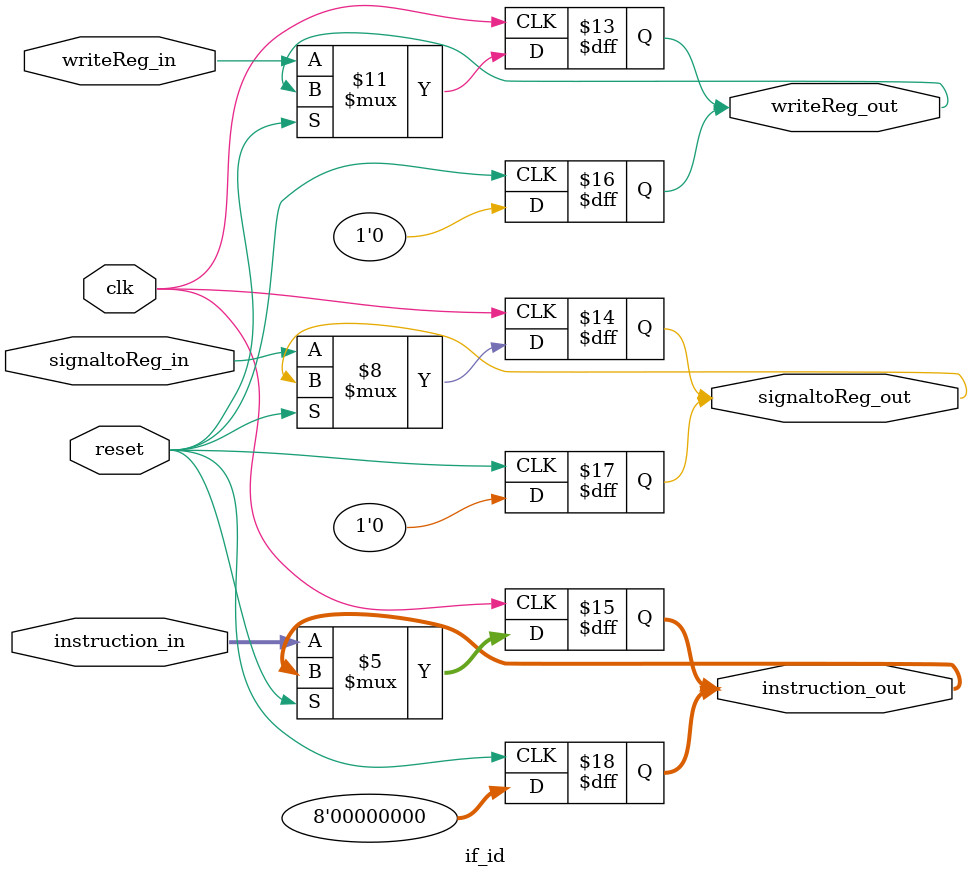
<source format=v>
module if_id (clk, reset, writeReg_in, signaltoReg_in, instruction_in, writeReg_out, signaltoReg_out, instruction_out);
    input clk, reset, writeReg_in, signaltoReg_in;
    input [7:0] instruction_in;

    output reg writeReg_out;
    output reg signaltoReg_out;
    output reg [7:0] instruction_out;
    
    always @(posedge reset) 
    begin
        writeReg_out = 0;
        signaltoReg_out = 0;
        instruction_out = 0;
    end

    always @(posedge clk) 
    begin
        if (!reset) 
        begin
            writeReg_out = writeReg_in;
            signaltoReg_out = signaltoReg_in;
            instruction_out = instruction_in;    
        end    
    end

endmodule
</source>
